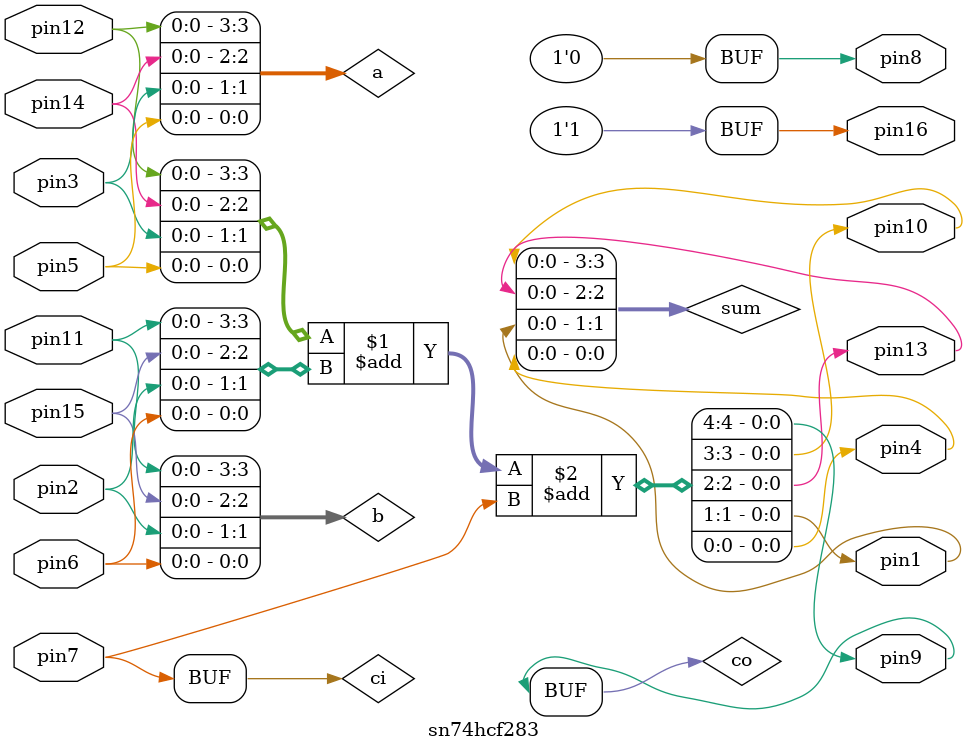
<source format=v>
/* >>>>>>>>>>>>>>>>>>>>>>>>>>>>>>>>>>>>>> COPYRIGHT NOTICE <<<<<<<<<<<<<<<<<<<<<<<<<<<<<<<<<<<<<<
File name: sn74hc283
Module Function: 4-bit Binary Full Adder

This code implement the logic functions of a 74xx IC on STEPFPGA board using Verilog. The Pin# in the code 
match to the Pin definitions specified in Texas Instrument datasheet for corresponding 74xx chips.

This example code can also be found in Chapter 4 of the STEPFPGA tutorial book written by EIM Technology.
Website: www.eimtechnology.com

Copyright License: MIT
*/

module sn74hcf283 (pin1,pin2,pin3,pin4,pin5,pin6,pin7,pin8,
pin9,pin10,pin11,pin12,pin13,pin14,pin15,pin16);
				
input pin5,pin3,pin14,pin12,pin6,pin2,pin15,pin11;		// two 4-bit Addends
input pin7;												// Initial Carry input
output pin9;											// Final Carry output
output pin8,pin16;										// Connect to VCC and GND			
output pin4,pin1,pin13,pin10;							// 4-bit output Sum

wire	[3:0]	a,b,sum;
wire			ci,co;

assign pin8 = 1'b0;
assign pin16 = 1'b1;
assign a[0] = pin5;
assign a[1] = pin3;
assign a[2] = pin14;
assign a[3] = pin12;
assign b[0] = pin6;
assign b[1] = pin2;
assign b[2] = pin15;
assign b[3] = pin11;
assign ci = pin7;
assign pin9 = co;
assign pin4 = sum[0];
assign pin1 = sum[1];
assign pin13 = sum[2];
assign pin10 = sum[3];

assign {co,sum} = a + b + ci;

endmodule













</source>
